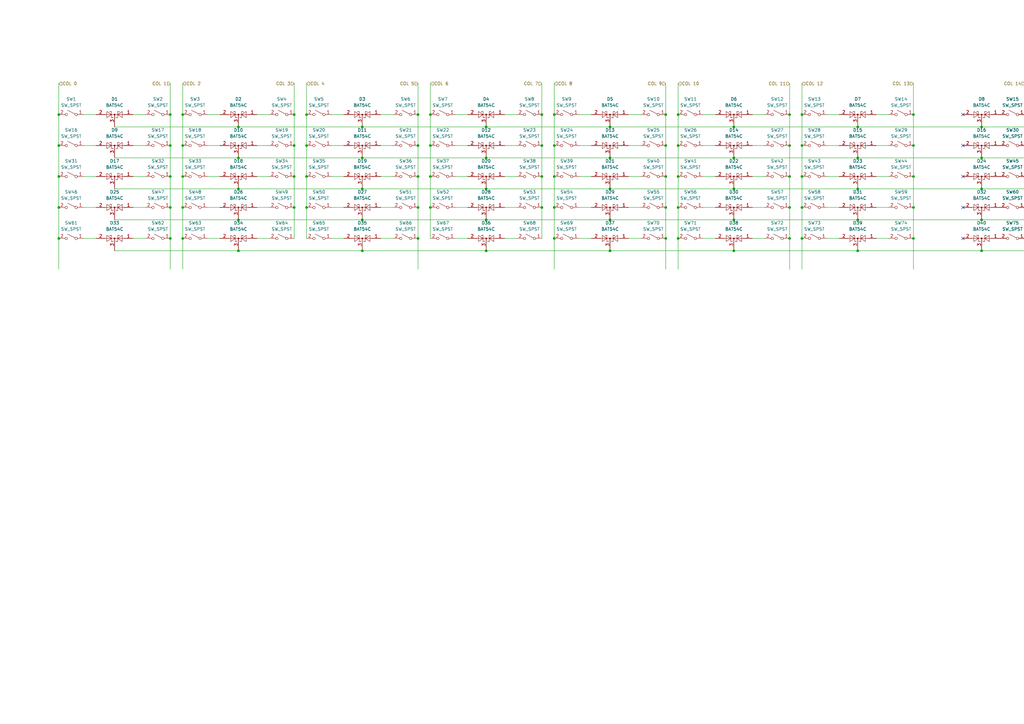
<source format=kicad_sch>
(kicad_sch (version 20211123) (generator eeschema)
  (paper "A3")
  (lib_symbols
    (symbol "Diode:BAT54C" (pin_names (offset 1.016))
      (property "Reference" "D" (at 0.635 -3.81 0))
      (property "Value" "BAT54C" (at -6.35 3.175 0))
      (symbol "BAT54C_0_1"
        (polyline (pts (xy -1.905 0) (xy 1.905 0)))
        (polyline (pts (xy -1.905 1.27) (xy -1.905 1.016)))
        (polyline (pts (xy -1.27 -1.27) (xy -0.635 -1.27)))
        (polyline (pts (xy -1.27 0) (xy -3.81 0)))
        (polyline (pts (xy -1.27 1.27) (xy -1.905 1.27)))
        (polyline (pts (xy -1.27 1.27) (xy -1.27 -1.27)))
        (polyline (pts (xy -0.635 -1.27) (xy -0.635 -1.016)))
        (polyline (pts (xy 0.635 -1.27) (xy 0.635 -1.016)))
        (polyline (pts (xy 1.27 -1.27) (xy 0.635 -1.27)))
        (polyline (pts (xy 1.27 1.27) (xy 1.27 -1.27)))
        (polyline (pts (xy 1.27 1.27) (xy 1.905 1.27)))
        (polyline (pts (xy 1.905 1.27) (xy 1.905 1.016)))
        (polyline (pts (xy 3.81 0) (xy 1.27 0)))
        (polyline (pts (xy -3.175 -1.27) (xy -3.175 1.27) (xy -1.27 0) (xy -3.175 -1.27)))
        (polyline (pts (xy 3.175 -1.27) (xy 3.175 1.27) (xy 1.27 0) (xy 3.175 -1.27)))
        (circle (center 0 0) (radius 0.254) (fill (type outline)))
      )
      (symbol "BAT54C_1_1"
        (pin passive line (at -7.62 0 0) (length 3.81) (name "~") (number "1"))
        (pin passive line (at 7.62 0 180) (length 3.81) (name "~") (number "2"))
        (pin passive line (at 0 -5.08 90) (length 5.08) (name "~") (number "3"))
      )
    )
    (symbol "Switch:SW_SPST" (pin_names (offset 0) hide)
      (property "Reference" "SW" (at 0 3.175 0))
      (property "Value" "SW_SPST" (at 0 -2.54 0))
      (symbol "SW_SPST_0_0"
        (circle (center -2.032 0) (radius 0.508))
        (polyline (pts (xy -1.524 0.254) (xy 1.524 1.778)))
        (circle (center 2.032 0) (radius 0.508))
      )
      (symbol "SW_SPST_1_1"
        (pin passive line (at -5.08 0 0) (length 2.54) (name "A") (number "1"))
        (pin passive line (at 5.08 0 180) (length 2.54) (name "B") (number "2"))
      )
    )
  )
  (junction (at 171.45 59.69))
  (junction (at 74.93 85.09))
  (junction (at 273.05 85.09))
  (junction (at 300.99 90.17))
  (junction (at 69.85 72.39))
  (junction (at 125.73 85.09))
  (junction (at 74.93 72.39))
  (junction (at 222.25 46.99))
  (junction (at 120.65 85.09))
  (junction (at 148.59 90.17))
  (junction (at 120.65 59.69))
  (junction (at 97.79 52.07))
  (junction (at 69.85 59.69))
  (junction (at 24.13 46.99))
  (junction (at 351.79 52.07))
  (junction (at 420.37 59.69))
  (junction (at 148.59 64.77))
  (junction (at 227.33 85.09))
  (junction (at 120.65 72.39))
  (junction (at 176.53 72.39))
  (junction (at 250.19 102.87))
  (junction (at 328.93 97.79))
  (junction (at 24.13 97.79))
  (junction (at 278.13 59.69))
  (junction (at 278.13 85.09))
  (junction (at 125.73 59.69))
  (junction (at 300.99 77.47))
  (junction (at 69.85 85.09))
  (junction (at 374.65 59.69))
  (junction (at 300.99 102.87))
  (junction (at 402.59 64.77))
  (junction (at 97.79 64.77))
  (junction (at 176.53 46.99))
  (junction (at 300.99 64.77))
  (junction (at 227.33 59.69))
  (junction (at 199.39 77.47))
  (junction (at 176.53 85.09))
  (junction (at 171.45 46.99))
  (junction (at 323.85 46.99))
  (junction (at 171.45 72.39))
  (junction (at 374.65 72.39))
  (junction (at 250.19 77.47))
  (junction (at 125.73 46.99))
  (junction (at 323.85 72.39))
  (junction (at 273.05 59.69))
  (junction (at 97.79 77.47))
  (junction (at 323.85 59.69))
  (junction (at 148.59 77.47))
  (junction (at 74.93 59.69))
  (junction (at 97.79 90.17))
  (junction (at 199.39 90.17))
  (junction (at 97.79 102.87))
  (junction (at 351.79 102.87))
  (junction (at 199.39 102.87))
  (junction (at 351.79 64.77))
  (junction (at 199.39 64.77))
  (junction (at 420.37 85.09))
  (junction (at 74.93 46.99))
  (junction (at 351.79 77.47))
  (junction (at 125.73 72.39))
  (junction (at 402.59 102.87))
  (junction (at 402.59 52.07))
  (junction (at 420.37 46.99))
  (junction (at 420.37 72.39))
  (junction (at 227.33 46.99))
  (junction (at 24.13 72.39))
  (junction (at 171.45 97.79))
  (junction (at 69.85 46.99))
  (junction (at 374.65 97.79))
  (junction (at 328.93 46.99))
  (junction (at 351.79 90.17))
  (junction (at 199.39 52.07))
  (junction (at 250.19 52.07))
  (junction (at 328.93 59.69))
  (junction (at 420.37 97.79))
  (junction (at 227.33 72.39))
  (junction (at 222.25 72.39))
  (junction (at 74.93 97.79))
  (junction (at 176.53 59.69))
  (junction (at 227.33 97.79))
  (junction (at 402.59 90.17))
  (junction (at 323.85 97.79))
  (junction (at 250.19 90.17))
  (junction (at 148.59 52.07))
  (junction (at 273.05 97.79))
  (junction (at 120.65 46.99))
  (junction (at 278.13 46.99))
  (junction (at 374.65 46.99))
  (junction (at 24.13 85.09))
  (junction (at 402.59 77.47))
  (junction (at 148.59 102.87))
  (junction (at 328.93 85.09))
  (junction (at 69.85 97.79))
  (junction (at 323.85 85.09))
  (junction (at 300.99 52.07))
  (junction (at 273.05 46.99))
  (junction (at 273.05 72.39))
  (junction (at 24.13 59.69))
  (junction (at 278.13 97.79))
  (junction (at 171.45 85.09))
  (junction (at 278.13 72.39))
  (junction (at 222.25 85.09))
  (junction (at 222.25 59.69))
  (junction (at 328.93 72.39))
  (junction (at 250.19 64.77))
  (junction (at 374.65 85.09))
  (no_connect (at 394.97 59.69))
  (no_connect (at 394.97 97.79))
  (no_connect (at 394.97 85.09))
  (no_connect (at 394.97 72.39))
  (no_connect (at 394.97 46.99))
  (wire (pts (xy 339.09 46.99) (xy 344.17 46.99)))
  (wire (pts (xy 257.81 72.39) (xy 262.89 72.39)))
  (wire (pts (xy 34.29 46.99) (xy 39.37 46.99)))
  (wire (pts (xy 54.61 85.09) (xy 59.69 85.09)))
  (wire (pts (xy 135.89 59.69) (xy 140.97 59.69)))
  (wire (pts (xy 125.73 72.39) (xy 125.73 85.09)))
  (wire (pts (xy 300.99 52.07) (xy 351.79 52.07)))
  (wire (pts (xy 135.89 46.99) (xy 140.97 46.99)))
  (wire (pts (xy 171.45 97.79) (xy 171.45 110.49)))
  (wire (pts (xy 46.99 64.77) (xy 97.79 64.77)))
  (wire (pts (xy 420.37 59.69) (xy 420.37 72.39)))
  (wire (pts (xy 351.79 64.77) (xy 402.59 64.77)))
  (wire (pts (xy 148.59 64.77) (xy 199.39 64.77)))
  (wire (pts (xy 69.85 34.29) (xy 69.85 46.99)))
  (wire (pts (xy 273.05 34.29) (xy 273.05 46.99)))
  (wire (pts (xy 278.13 59.69) (xy 278.13 72.39)))
  (wire (pts (xy 288.29 46.99) (xy 293.37 46.99)))
  (wire (pts (xy 148.59 52.07) (xy 199.39 52.07)))
  (wire (pts (xy 69.85 46.99) (xy 69.85 59.69)))
  (wire (pts (xy 328.93 97.79) (xy 328.93 110.49)))
  (wire (pts (xy 46.99 90.17) (xy 97.79 90.17)))
  (wire (pts (xy 278.13 34.29) (xy 278.13 46.99)))
  (wire (pts (xy 351.79 102.87) (xy 402.59 102.87)))
  (wire (pts (xy 54.61 46.99) (xy 59.69 46.99)))
  (wire (pts (xy 186.69 85.09) (xy 191.77 85.09)))
  (wire (pts (xy 278.13 85.09) (xy 278.13 97.79)))
  (wire (pts (xy 425.45 52.07) (xy 402.59 52.07)))
  (wire (pts (xy 171.45 85.09) (xy 171.45 97.79)))
  (wire (pts (xy 237.49 46.99) (xy 242.57 46.99)))
  (wire (pts (xy 34.29 85.09) (xy 39.37 85.09)))
  (wire (pts (xy 171.45 59.69) (xy 171.45 72.39)))
  (wire (pts (xy 24.13 59.69) (xy 24.13 72.39)))
  (wire (pts (xy 273.05 97.79) (xy 273.05 110.49)))
  (wire (pts (xy 199.39 102.87) (xy 250.19 102.87)))
  (wire (pts (xy 199.39 52.07) (xy 250.19 52.07)))
  (wire (pts (xy 425.45 102.87) (xy 402.59 102.87)))
  (wire (pts (xy 278.13 72.39) (xy 278.13 85.09)))
  (wire (pts (xy 278.13 97.79) (xy 278.13 110.49)))
  (wire (pts (xy 105.41 97.79) (xy 110.49 97.79)))
  (wire (pts (xy 156.21 85.09) (xy 161.29 85.09)))
  (wire (pts (xy 105.41 85.09) (xy 110.49 85.09)))
  (wire (pts (xy 351.79 90.17) (xy 402.59 90.17)))
  (wire (pts (xy 74.93 97.79) (xy 74.93 110.49)))
  (wire (pts (xy 135.89 85.09) (xy 140.97 85.09)))
  (wire (pts (xy 328.93 85.09) (xy 328.93 97.79)))
  (wire (pts (xy 257.81 97.79) (xy 262.89 97.79)))
  (wire (pts (xy 186.69 46.99) (xy 191.77 46.99)))
  (wire (pts (xy 46.99 52.07) (xy 97.79 52.07)))
  (wire (pts (xy 222.25 34.29) (xy 222.25 46.99)))
  (wire (pts (xy 125.73 34.29) (xy 125.73 46.99)))
  (wire (pts (xy 24.13 85.09) (xy 24.13 97.79)))
  (wire (pts (xy 176.53 34.29) (xy 176.53 46.99)))
  (wire (pts (xy 125.73 59.69) (xy 125.73 72.39)))
  (wire (pts (xy 425.45 64.77) (xy 402.59 64.77)))
  (wire (pts (xy 420.37 34.29) (xy 420.37 46.99)))
  (wire (pts (xy 359.41 72.39) (xy 364.49 72.39)))
  (wire (pts (xy 207.01 59.69) (xy 212.09 59.69)))
  (wire (pts (xy 374.65 85.09) (xy 374.65 97.79)))
  (wire (pts (xy 222.25 59.69) (xy 222.25 72.39)))
  (wire (pts (xy 199.39 64.77) (xy 250.19 64.77)))
  (wire (pts (xy 97.79 52.07) (xy 148.59 52.07)))
  (wire (pts (xy 237.49 72.39) (xy 242.57 72.39)))
  (wire (pts (xy 227.33 85.09) (xy 227.33 97.79)))
  (wire (pts (xy 135.89 97.79) (xy 140.97 97.79)))
  (wire (pts (xy 34.29 72.39) (xy 39.37 72.39)))
  (wire (pts (xy 125.73 46.99) (xy 125.73 59.69)))
  (wire (pts (xy 402.59 77.47) (xy 425.45 77.47)))
  (wire (pts (xy 135.89 72.39) (xy 140.97 72.39)))
  (wire (pts (xy 199.39 90.17) (xy 250.19 90.17)))
  (wire (pts (xy 24.13 72.39) (xy 24.13 85.09)))
  (wire (pts (xy 308.61 85.09) (xy 313.69 85.09)))
  (wire (pts (xy 24.13 46.99) (xy 24.13 59.69)))
  (wire (pts (xy 420.37 85.09) (xy 420.37 97.79)))
  (wire (pts (xy 148.59 90.17) (xy 199.39 90.17)))
  (wire (pts (xy 222.25 85.09) (xy 222.25 97.79)))
  (wire (pts (xy 250.19 64.77) (xy 300.99 64.77)))
  (wire (pts (xy 34.29 59.69) (xy 39.37 59.69)))
  (wire (pts (xy 186.69 97.79) (xy 191.77 97.79)))
  (wire (pts (xy 120.65 34.29) (xy 120.65 46.99)))
  (wire (pts (xy 374.65 72.39) (xy 374.65 85.09)))
  (wire (pts (xy 308.61 97.79) (xy 313.69 97.79)))
  (wire (pts (xy 97.79 64.77) (xy 148.59 64.77)))
  (wire (pts (xy 85.09 59.69) (xy 90.17 59.69)))
  (wire (pts (xy 207.01 72.39) (xy 212.09 72.39)))
  (wire (pts (xy 339.09 72.39) (xy 344.17 72.39)))
  (wire (pts (xy 300.99 90.17) (xy 351.79 90.17)))
  (wire (pts (xy 328.93 46.99) (xy 328.93 59.69)))
  (wire (pts (xy 120.65 85.09) (xy 120.65 97.79)))
  (wire (pts (xy 176.53 59.69) (xy 176.53 72.39)))
  (wire (pts (xy 288.29 85.09) (xy 293.37 85.09)))
  (wire (pts (xy 186.69 59.69) (xy 191.77 59.69)))
  (wire (pts (xy 351.79 52.07) (xy 402.59 52.07)))
  (wire (pts (xy 359.41 97.79) (xy 364.49 97.79)))
  (wire (pts (xy 171.45 72.39) (xy 171.45 85.09)))
  (wire (pts (xy 257.81 85.09) (xy 262.89 85.09)))
  (wire (pts (xy 74.93 59.69) (xy 74.93 72.39)))
  (wire (pts (xy 250.19 90.17) (xy 300.99 90.17)))
  (wire (pts (xy 323.85 85.09) (xy 323.85 97.79)))
  (wire (pts (xy 227.33 34.29) (xy 227.33 46.99)))
  (wire (pts (xy 85.09 72.39) (xy 90.17 72.39)))
  (wire (pts (xy 74.93 46.99) (xy 74.93 59.69)))
  (wire (pts (xy 359.41 59.69) (xy 364.49 59.69)))
  (wire (pts (xy 237.49 97.79) (xy 242.57 97.79)))
  (wire (pts (xy 273.05 59.69) (xy 273.05 72.39)))
  (wire (pts (xy 328.93 34.29) (xy 328.93 46.99)))
  (wire (pts (xy 120.65 59.69) (xy 120.65 72.39)))
  (wire (pts (xy 176.53 85.09) (xy 176.53 97.79)))
  (wire (pts (xy 74.93 85.09) (xy 74.93 97.79)))
  (wire (pts (xy 148.59 77.47) (xy 199.39 77.47)))
  (wire (pts (xy 227.33 46.99) (xy 227.33 59.69)))
  (wire (pts (xy 227.33 59.69) (xy 227.33 72.39)))
  (wire (pts (xy 288.29 59.69) (xy 293.37 59.69)))
  (wire (pts (xy 171.45 46.99) (xy 171.45 59.69)))
  (wire (pts (xy 199.39 77.47) (xy 250.19 77.47)))
  (wire (pts (xy 323.85 72.39) (xy 323.85 85.09)))
  (wire (pts (xy 207.01 85.09) (xy 212.09 85.09)))
  (wire (pts (xy 308.61 72.39) (xy 313.69 72.39)))
  (wire (pts (xy 339.09 59.69) (xy 344.17 59.69)))
  (wire (pts (xy 374.65 34.29) (xy 374.65 46.99)))
  (wire (pts (xy 97.79 77.47) (xy 148.59 77.47)))
  (wire (pts (xy 74.93 72.39) (xy 74.93 85.09)))
  (wire (pts (xy 97.79 90.17) (xy 148.59 90.17)))
  (wire (pts (xy 46.99 77.47) (xy 97.79 77.47)))
  (wire (pts (xy 176.53 72.39) (xy 176.53 85.09)))
  (wire (pts (xy 273.05 85.09) (xy 273.05 97.79)))
  (wire (pts (xy 308.61 59.69) (xy 313.69 59.69)))
  (wire (pts (xy 120.65 46.99) (xy 120.65 59.69)))
  (wire (pts (xy 105.41 46.99) (xy 110.49 46.99)))
  (wire (pts (xy 425.45 90.17) (xy 402.59 90.17)))
  (wire (pts (xy 97.79 102.87) (xy 148.59 102.87)))
  (wire (pts (xy 323.85 34.29) (xy 323.85 46.99)))
  (wire (pts (xy 227.33 72.39) (xy 227.33 85.09)))
  (wire (pts (xy 54.61 59.69) (xy 59.69 59.69)))
  (wire (pts (xy 257.81 59.69) (xy 262.89 59.69)))
  (wire (pts (xy 374.65 46.99) (xy 374.65 59.69)))
  (wire (pts (xy 420.37 72.39) (xy 420.37 85.09)))
  (wire (pts (xy 74.93 34.29) (xy 74.93 46.99)))
  (wire (pts (xy 374.65 59.69) (xy 374.65 72.39)))
  (wire (pts (xy 278.13 46.99) (xy 278.13 59.69)))
  (wire (pts (xy 374.65 97.79) (xy 374.65 110.49)))
  (wire (pts (xy 300.99 77.47) (xy 351.79 77.47)))
  (wire (pts (xy 250.19 52.07) (xy 300.99 52.07)))
  (wire (pts (xy 227.33 97.79) (xy 227.33 110.49)))
  (wire (pts (xy 120.65 72.39) (xy 120.65 85.09)))
  (wire (pts (xy 148.59 102.87) (xy 199.39 102.87)))
  (wire (pts (xy 207.01 97.79) (xy 212.09 97.79)))
  (wire (pts (xy 328.93 59.69) (xy 328.93 72.39)))
  (wire (pts (xy 222.25 46.99) (xy 222.25 59.69)))
  (wire (pts (xy 207.01 46.99) (xy 212.09 46.99)))
  (wire (pts (xy 257.81 46.99) (xy 262.89 46.99)))
  (wire (pts (xy 288.29 72.39) (xy 293.37 72.39)))
  (wire (pts (xy 339.09 85.09) (xy 344.17 85.09)))
  (wire (pts (xy 300.99 64.77) (xy 351.79 64.77)))
  (wire (pts (xy 323.85 46.99) (xy 323.85 59.69)))
  (wire (pts (xy 273.05 72.39) (xy 273.05 85.09)))
  (wire (pts (xy 125.73 85.09) (xy 125.73 97.79)))
  (wire (pts (xy 69.85 97.79) (xy 69.85 110.49)))
  (wire (pts (xy 69.85 85.09) (xy 69.85 97.79)))
  (wire (pts (xy 69.85 72.39) (xy 69.85 85.09)))
  (wire (pts (xy 288.29 97.79) (xy 293.37 97.79)))
  (wire (pts (xy 105.41 72.39) (xy 110.49 72.39)))
  (wire (pts (xy 54.61 97.79) (xy 59.69 97.79)))
  (wire (pts (xy 171.45 34.29) (xy 171.45 46.99)))
  (wire (pts (xy 69.85 59.69) (xy 69.85 72.39)))
  (wire (pts (xy 308.61 46.99) (xy 313.69 46.99)))
  (wire (pts (xy 300.99 102.87) (xy 351.79 102.87)))
  (wire (pts (xy 24.13 97.79) (xy 24.13 110.49)))
  (wire (pts (xy 339.09 97.79) (xy 344.17 97.79)))
  (wire (pts (xy 46.99 102.87) (xy 97.79 102.87)))
  (wire (pts (xy 359.41 46.99) (xy 364.49 46.99)))
  (wire (pts (xy 156.21 59.69) (xy 161.29 59.69)))
  (wire (pts (xy 222.25 72.39) (xy 222.25 85.09)))
  (wire (pts (xy 323.85 59.69) (xy 323.85 72.39)))
  (wire (pts (xy 85.09 97.79) (xy 90.17 97.79)))
  (wire (pts (xy 323.85 97.79) (xy 323.85 110.49)))
  (wire (pts (xy 420.37 97.79) (xy 420.37 110.49)))
  (wire (pts (xy 186.69 72.39) (xy 191.77 72.39)))
  (wire (pts (xy 54.61 72.39) (xy 59.69 72.39)))
  (wire (pts (xy 273.05 46.99) (xy 273.05 59.69)))
  (wire (pts (xy 359.41 85.09) (xy 364.49 85.09)))
  (wire (pts (xy 176.53 46.99) (xy 176.53 59.69)))
  (wire (pts (xy 85.09 46.99) (xy 90.17 46.99)))
  (wire (pts (xy 105.41 59.69) (xy 110.49 59.69)))
  (wire (pts (xy 237.49 59.69) (xy 242.57 59.69)))
  (wire (pts (xy 351.79 77.47) (xy 402.59 77.47)))
  (wire (pts (xy 250.19 102.87) (xy 300.99 102.87)))
  (wire (pts (xy 34.29 97.79) (xy 39.37 97.79)))
  (wire (pts (xy 156.21 46.99) (xy 161.29 46.99)))
  (wire (pts (xy 85.09 85.09) (xy 90.17 85.09)))
  (wire (pts (xy 24.13 34.29) (xy 24.13 46.99)))
  (wire (pts (xy 156.21 97.79) (xy 161.29 97.79)))
  (wire (pts (xy 237.49 85.09) (xy 242.57 85.09)))
  (wire (pts (xy 250.19 77.47) (xy 300.99 77.47)))
  (wire (pts (xy 156.21 72.39) (xy 161.29 72.39)))
  (wire (pts (xy 328.93 72.39) (xy 328.93 85.09)))
  (wire (pts (xy 420.37 46.99) (xy 420.37 59.69)))
  (hierarchical_label "ROW 0" (shape input) (at 425.45 52.07 0))
  (hierarchical_label "COL 14" (shape input) (at 420.37 34.29 180))
  (hierarchical_label "COL 4" (shape input) (at 125.73 34.29 0))
  (hierarchical_label "COL 12" (shape input) (at 328.93 34.29 0))
  (hierarchical_label "COL 7" (shape input) (at 222.25 34.29 180))
  (hierarchical_label "COL 13" (shape input) (at 374.65 34.29 180))
  (hierarchical_label "COL 9" (shape input) (at 273.05 34.29 180))
  (hierarchical_label "ROW 3" (shape input) (at 425.45 90.17 0))
  (hierarchical_label "COL 8" (shape input) (at 227.33 34.29 0))
  (hierarchical_label "COL 1" (shape input) (at 69.85 34.29 180))
  (hierarchical_label "ROW 2" (shape input) (at 425.45 77.47 0))
  (hierarchical_label "ROW 4" (shape input) (at 425.45 102.87 0))
  (hierarchical_label "COL 0" (shape input) (at 24.13 34.29 0))
  (hierarchical_label "COL 2" (shape input) (at 74.93 34.29 0))
  (hierarchical_label "COL 6" (shape input) (at 176.53 34.29 0))
  (hierarchical_label "COL 11" (shape input) (at 323.85 34.29 180))
  (hierarchical_label "COL 10" (shape input) (at 278.13 34.29 0))
  (hierarchical_label "ROW 1" (shape input) (at 425.45 64.77 0))
  (hierarchical_label "COL 3" (shape input) (at 120.65 34.29 180))
  (hierarchical_label "COL 5" (shape input) (at 171.45 34.29 180))
  (symbol (lib_id "Switch:SW_SPST") (at 318.77 85.09 0) (mirror y) (unit 1)
    (property "Reference" "SW57" (at 318.77 78.74 0))
    (property "Value" "SW_SPST" (at 318.77 81.28 0))
    (property "Footprint" "scottcjx-keyboard_components:MX_HS_Optional" (effects hide))
  )
  (symbol (lib_id "Switch:SW_SPST") (at 181.61 46.99 0) (mirror y) (unit 1)
    (property "Reference" "SW7" (at 181.61 40.64 0))
    (property "Value" "SW_SPST" (at 181.61 43.18 0))
    (property "Footprint" "scottcjx-keyboard_components:MX_HS_Optional" (effects hide))
  )
  (symbol (lib_id "Switch:SW_SPST") (at 267.97 97.79 0) (mirror y) (unit 1)
    (property "Reference" "SW70" (at 267.97 91.44 0))
    (property "Value" "SW_SPST" (at 267.97 93.98 0))
    (property "Footprint" "scottcjx-keyboard_components:MX_HS_Optional" (effects hide))
  )
  (symbol (lib_id "Switch:SW_SPST") (at 415.29 72.39 0) (mirror y) (unit 1)
    (property "Reference" "SW45" (at 415.29 66.04 0))
    (property "Value" "SW_SPST" (at 415.29 68.58 0))
    (property "Footprint" "scottcjx-keyboard_components:MX_HS_Optional" (effects hide))
  )
  (symbol (lib_id "Switch:SW_SPST") (at 64.77 97.79 0) (mirror y) (unit 1)
    (property "Reference" "SW62" (at 64.77 91.44 0))
    (property "Value" "SW_SPST" (at 64.77 93.98 0))
    (property "Footprint" "scottcjx-keyboard_components:MX_HS_Optional" (effects hide))
  )
  (symbol (lib_id "Diode:BAT54C") (at 351.79 97.79 0) (mirror y) (unit 1)
    (property "Reference" "D39" (at 351.79 91.44 0))
    (property "Value" "BAT54C" (at 351.79 93.98 0))
    (property "Footprint" "scottcjx-keyboard_components:SOT-23" (effects hide))
    (property "Datasheet" "http://www.diodes.com/_files/datasheets/ds11005.pdf" (effects hide))
  )
  (symbol (lib_id "Diode:BAT54C") (at 97.79 85.09 0) (mirror y) (unit 1)
    (property "Reference" "D26" (at 97.79 78.74 0))
    (property "Value" "BAT54C" (at 97.79 81.28 0))
    (property "Footprint" "scottcjx-keyboard_components:SOT-23" (effects hide))
    (property "Datasheet" "http://www.diodes.com/_files/datasheets/ds11005.pdf" (effects hide))
  )
  (symbol (lib_id "Switch:SW_SPST") (at 217.17 72.39 0) (mirror y) (unit 1)
    (property "Reference" "SW38" (at 217.17 66.04 0))
    (property "Value" "SW_SPST" (at 217.17 68.58 0))
    (property "Footprint" "scottcjx-keyboard_components:MX_HS_Optional" (effects hide))
  )
  (symbol (lib_id "Diode:BAT54C") (at 199.39 85.09 0) (mirror y) (unit 1)
    (property "Reference" "D28" (at 199.39 78.74 0))
    (property "Value" "BAT54C" (at 199.39 81.28 0))
    (property "Footprint" "scottcjx-keyboard_components:SOT-23" (effects hide))
    (property "Datasheet" "http://www.diodes.com/_files/datasheets/ds11005.pdf" (effects hide))
  )
  (symbol (lib_id "Diode:BAT54C") (at 97.79 72.39 0) (mirror y) (unit 1)
    (property "Reference" "D18" (at 97.79 66.04 0))
    (property "Value" "BAT54C" (at 97.79 68.58 0))
    (property "Footprint" "scottcjx-keyboard_components:SOT-23" (effects hide))
    (property "Datasheet" "http://www.diodes.com/_files/datasheets/ds11005.pdf" (effects hide))
  )
  (symbol (lib_id "Switch:SW_SPST") (at 318.77 46.99 0) (mirror y) (unit 1)
    (property "Reference" "SW12" (at 318.77 40.64 0))
    (property "Value" "SW_SPST" (at 318.77 43.18 0))
    (property "Footprint" "scottcjx-keyboard_components:MX_HS_Optional" (effects hide))
  )
  (symbol (lib_id "Diode:BAT54C") (at 148.59 59.69 0) (mirror y) (unit 1)
    (property "Reference" "D11" (at 148.59 53.34 0))
    (property "Value" "BAT54C" (at 148.59 55.88 0))
    (property "Footprint" "scottcjx-keyboard_components:SOT-23" (effects hide))
    (property "Datasheet" "http://www.diodes.com/_files/datasheets/ds11005.pdf" (effects hide))
  )
  (symbol (lib_id "Switch:SW_SPST") (at 415.29 85.09 0) (mirror y) (unit 1)
    (property "Reference" "SW60" (at 415.29 78.74 0))
    (property "Value" "SW_SPST" (at 415.29 81.28 0))
    (property "Footprint" "scottcjx-keyboard_components:MX_HS_Optional" (effects hide))
  )
  (symbol (lib_id "Switch:SW_SPST") (at 415.29 97.79 0) (mirror y) (unit 1)
    (property "Reference" "SW75" (at 415.29 91.44 0))
    (property "Value" "SW_SPST" (at 415.29 93.98 0))
    (property "Footprint" "scottcjx-keyboard_components:MX_HS_Optional" (effects hide))
  )
  (symbol (lib_id "Switch:SW_SPST") (at 415.29 46.99 0) (mirror y) (unit 1)
    (property "Reference" "SW15" (at 415.29 40.64 0))
    (property "Value" "SW_SPST" (at 415.29 43.18 0))
    (property "Footprint" "scottcjx-keyboard_components:MX_HS_Optional" (effects hide))
  )
  (symbol (lib_id "Diode:BAT54C") (at 46.99 72.39 0) (mirror y) (unit 1)
    (property "Reference" "D17" (at 46.99 66.04 0))
    (property "Value" "BAT54C" (at 46.99 68.58 0))
    (property "Footprint" "scottcjx-keyboard_components:SOT-23" (effects hide))
    (property "Datasheet" "http://www.diodes.com/_files/datasheets/ds11005.pdf" (effects hide))
  )
  (symbol (lib_id "Switch:SW_SPST") (at 166.37 46.99 0) (mirror y) (unit 1)
    (property "Reference" "SW6" (at 166.37 40.64 0))
    (property "Value" "SW_SPST" (at 166.37 43.18 0))
    (property "Footprint" "scottcjx-keyboard_components:MX_HS_Optional" (effects hide))
  )
  (symbol (lib_id "Switch:SW_SPST") (at 334.01 97.79 0) (mirror y) (unit 1)
    (property "Reference" "SW73" (at 334.01 91.44 0))
    (property "Value" "SW_SPST" (at 334.01 93.98 0))
    (property "Footprint" "scottcjx-keyboard_components:MX_HS_Optional" (effects hide))
  )
  (symbol (lib_id "Diode:BAT54C") (at 148.59 97.79 0) (mirror y) (unit 1)
    (property "Reference" "D35" (at 148.59 91.44 0))
    (property "Value" "BAT54C" (at 148.59 93.98 0))
    (property "Footprint" "scottcjx-keyboard_components:SOT-23" (effects hide))
    (property "Datasheet" "http://www.diodes.com/_files/datasheets/ds11005.pdf" (effects hide))
  )
  (symbol (lib_id "Switch:SW_SPST") (at 369.57 46.99 0) (mirror y) (unit 1)
    (property "Reference" "SW14" (at 369.57 40.64 0))
    (property "Value" "SW_SPST" (at 369.57 43.18 0))
    (property "Footprint" "scottcjx-keyboard_components:MX_HS_Optional" (effects hide))
  )
  (symbol (lib_id "Switch:SW_SPST") (at 267.97 72.39 0) (mirror y) (unit 1)
    (property "Reference" "SW40" (at 267.97 66.04 0))
    (property "Value" "SW_SPST" (at 267.97 68.58 0))
    (property "Footprint" "scottcjx-keyboard_components:MX_HS_Optional" (effects hide))
  )
  (symbol (lib_id "Diode:BAT54C") (at 300.99 59.69 0) (mirror y) (unit 1)
    (property "Reference" "D14" (at 300.99 53.34 0))
    (property "Value" "BAT54C" (at 300.99 55.88 0))
    (property "Footprint" "scottcjx-keyboard_components:SOT-23" (effects hide))
    (property "Datasheet" "http://www.diodes.com/_files/datasheets/ds11005.pdf" (effects hide))
  )
  (symbol (lib_id "Switch:SW_SPST") (at 232.41 97.79 0) (mirror y) (unit 1)
    (property "Reference" "SW69" (at 232.41 91.44 0))
    (property "Value" "SW_SPST" (at 232.41 93.98 0))
    (property "Footprint" "scottcjx-keyboard_components:MX_HS_Optional" (effects hide))
  )
  (symbol (lib_id "Switch:SW_SPST") (at 283.21 72.39 0) (mirror y) (unit 1)
    (property "Reference" "SW41" (at 283.21 66.04 0))
    (property "Value" "SW_SPST" (at 283.21 68.58 0))
    (property "Footprint" "scottcjx-keyboard_components:MX_HS_Optional" (effects hide))
  )
  (symbol (lib_id "Switch:SW_SPST") (at 181.61 72.39 0) (mirror y) (unit 1)
    (property "Reference" "SW37" (at 181.61 66.04 0))
    (property "Value" "SW_SPST" (at 181.61 68.58 0))
    (property "Footprint" "scottcjx-keyboard_components:MX_HS_Optional" (effects hide))
  )
  (symbol (lib_id "Diode:BAT54C") (at 351.79 46.99 0) (mirror y) (unit 1)
    (property "Reference" "D7" (at 351.79 40.64 0))
    (property "Value" "BAT54C" (at 351.79 43.18 0))
    (property "Footprint" "scottcjx-keyboard_components:SOT-23" (effects hide))
    (property "Datasheet" "http://www.diodes.com/_files/datasheets/ds11005.pdf" (effects hide))
  )
  (symbol (lib_id "Diode:BAT54C") (at 402.59 46.99 0) (mirror y) (unit 1)
    (property "Reference" "D8" (at 402.59 40.64 0))
    (property "Value" "BAT54C" (at 402.59 43.18 0))
    (property "Footprint" "scottcjx-keyboard_components:SOT-23" (effects hide))
    (property "Datasheet" "http://www.diodes.com/_files/datasheets/ds11005.pdf" (effects hide))
  )
  (symbol (lib_id "Diode:BAT54C") (at 46.99 46.99 0) (mirror y) (unit 1)
    (property "Reference" "D1" (at 46.99 40.64 0))
    (property "Value" "BAT54C" (at 46.99 43.18 0))
    (property "Footprint" "scottcjx-keyboard_components:SOT-23" (effects hide))
    (property "Datasheet" "http://www.diodes.com/_files/datasheets/ds11005.pdf" (effects hide))
  )
  (symbol (lib_id "Switch:SW_SPST") (at 181.61 59.69 0) (mirror y) (unit 1)
    (property "Reference" "SW22" (at 181.61 53.34 0))
    (property "Value" "SW_SPST" (at 181.61 55.88 0))
    (property "Footprint" "scottcjx-keyboard_components:MX_HS_Optional" (effects hide))
  )
  (symbol (lib_id "Switch:SW_SPST") (at 130.81 72.39 0) (mirror y) (unit 1)
    (property "Reference" "SW35" (at 130.81 66.04 0))
    (property "Value" "SW_SPST" (at 130.81 68.58 0))
    (property "Footprint" "scottcjx-keyboard_components:MX_HS_Optional" (effects hide))
  )
  (symbol (lib_id "Diode:BAT54C") (at 250.19 97.79 0) (mirror y) (unit 1)
    (property "Reference" "D37" (at 250.19 91.44 0))
    (property "Value" "BAT54C" (at 250.19 93.98 0))
    (property "Footprint" "scottcjx-keyboard_components:SOT-23" (effects hide))
    (property "Datasheet" "http://www.diodes.com/_files/datasheets/ds11005.pdf" (effects hide))
  )
  (symbol (lib_id "Diode:BAT54C") (at 250.19 85.09 0) (mirror y) (unit 1)
    (property "Reference" "D29" (at 250.19 78.74 0))
    (property "Value" "BAT54C" (at 250.19 81.28 0))
    (property "Footprint" "scottcjx-keyboard_components:SOT-23" (effects hide))
    (property "Datasheet" "http://www.diodes.com/_files/datasheets/ds11005.pdf" (effects hide))
  )
  (symbol (lib_id "Switch:SW_SPST") (at 64.77 59.69 0) (mirror y) (unit 1)
    (property "Reference" "SW17" (at 64.77 53.34 0))
    (property "Value" "SW_SPST" (at 64.77 55.88 0))
    (property "Footprint" "scottcjx-keyboard_components:MX_HS_Optional" (effects hide))
  )
  (symbol (lib_id "Switch:SW_SPST") (at 232.41 72.39 0) (mirror y) (unit 1)
    (property "Reference" "SW39" (at 232.41 66.04 0))
    (property "Value" "SW_SPST" (at 232.41 68.58 0))
    (property "Footprint" "scottcjx-keyboard_components:MX_HS_Optional" (effects hide))
  )
  (symbol (lib_id "Switch:SW_SPST") (at 217.17 46.99 0) (mirror y) (unit 1)
    (property "Reference" "SW8" (at 217.17 40.64 0))
    (property "Value" "SW_SPST" (at 217.17 43.18 0))
    (property "Footprint" "scottcjx-keyboard_components:MX_HS_Optional" (effects hide))
  )
  (symbol (lib_id "Diode:BAT54C") (at 199.39 59.69 0) (mirror y) (unit 1)
    (property "Reference" "D12" (at 199.39 53.34 0))
    (property "Value" "BAT54C" (at 199.39 55.88 0))
    (property "Footprint" "scottcjx-keyboard_components:SOT-23" (effects hide))
    (property "Datasheet" "http://www.diodes.com/_files/datasheets/ds11005.pdf" (effects hide))
  )
  (symbol (lib_id "Switch:SW_SPST") (at 80.01 59.69 0) (mirror y) (unit 1)
    (property "Reference" "SW18" (at 80.01 53.34 0))
    (property "Value" "SW_SPST" (at 80.01 55.88 0))
    (property "Footprint" "scottcjx-keyboard_components:MX_HS_Optional" (effects hide))
  )
  (symbol (lib_id "Switch:SW_SPST") (at 369.57 85.09 0) (mirror y) (unit 1)
    (property "Reference" "SW59" (at 369.57 78.74 0))
    (property "Value" "SW_SPST" (at 369.57 81.28 0))
    (property "Footprint" "scottcjx-keyboard_components:MX_HS_Optional" (effects hide))
  )
  (symbol (lib_id "Switch:SW_SPST") (at 130.81 59.69 0) (mirror y) (unit 1)
    (property "Reference" "SW20" (at 130.81 53.34 0))
    (property "Value" "SW_SPST" (at 130.81 55.88 0))
    (property "Footprint" "scottcjx-keyboard_components:MX_HS_Optional" (effects hide))
  )
  (symbol (lib_id "Diode:BAT54C") (at 351.79 72.39 0) (mirror y) (unit 1)
    (property "Reference" "D23" (at 351.79 66.04 0))
    (property "Value" "BAT54C" (at 351.79 68.58 0))
    (property "Footprint" "scottcjx-keyboard_components:SOT-23" (effects hide))
    (property "Datasheet" "http://www.diodes.com/_files/datasheets/ds11005.pdf" (effects hide))
  )
  (symbol (lib_id "Switch:SW_SPST") (at 64.77 72.39 0) (mirror y) (unit 1)
    (property "Reference" "SW32" (at 64.77 66.04 0))
    (property "Value" "SW_SPST" (at 64.77 68.58 0))
    (property "Footprint" "scottcjx-keyboard_components:MX_HS_Optional" (effects hide))
  )
  (symbol (lib_id "Switch:SW_SPST") (at 232.41 46.99 0) (mirror y) (unit 1)
    (property "Reference" "SW9" (at 232.41 40.64 0))
    (property "Value" "SW_SPST" (at 232.41 43.18 0))
    (property "Footprint" "scottcjx-keyboard_components:MX_HS_Optional" (effects hide))
  )
  (symbol (lib_id "Switch:SW_SPST") (at 334.01 72.39 0) (mirror y) (unit 1)
    (property "Reference" "SW43" (at 334.01 66.04 0))
    (property "Value" "SW_SPST" (at 334.01 68.58 0))
    (property "Footprint" "scottcjx-keyboard_components:MX_HS_Optional" (effects hide))
  )
  (symbol (lib_id "Switch:SW_SPST") (at 166.37 59.69 0) (mirror y) (unit 1)
    (property "Reference" "SW21" (at 166.37 53.34 0))
    (property "Value" "SW_SPST" (at 166.37 55.88 0))
    (property "Footprint" "scottcjx-keyboard_components:MX_HS_Optional" (effects hide))
  )
  (symbol (lib_id "Switch:SW_SPST") (at 217.17 97.79 0) (mirror y) (unit 1)
    (property "Reference" "SW68" (at 217.17 91.44 0))
    (property "Value" "SW_SPST" (at 217.17 93.98 0))
    (property "Footprint" "scottcjx-keyboard_components:MX_HS_Optional" (effects hide))
  )
  (symbol (lib_id "Switch:SW_SPST") (at 80.01 97.79 0) (mirror y) (unit 1)
    (property "Reference" "SW63" (at 80.01 91.44 0))
    (property "Value" "SW_SPST" (at 80.01 93.98 0))
    (property "Footprint" "scottcjx-keyboard_components:MX_HS_Optional" (effects hide))
  )
  (symbol (lib_id "Diode:BAT54C") (at 300.99 46.99 0) (mirror y) (unit 1)
    (property "Reference" "D6" (at 300.99 40.64 0))
    (property "Value" "BAT54C" (at 300.99 43.18 0))
    (property "Footprint" "scottcjx-keyboard_components:SOT-23" (effects hide))
    (property "Datasheet" "http://www.diodes.com/_files/datasheets/ds11005.pdf" (effects hide))
  )
  (symbol (lib_id "Switch:SW_SPST") (at 232.41 59.69 0) (mirror y) (unit 1)
    (property "Reference" "SW24" (at 232.41 53.34 0))
    (property "Value" "SW_SPST" (at 232.41 55.88 0))
    (property "Footprint" "scottcjx-keyboard_components:MX_HS_Optional" (effects hide))
  )
  (symbol (lib_id "Diode:BAT54C") (at 250.19 46.99 0) (mirror y) (unit 1)
    (property "Reference" "D5" (at 250.19 40.64 0))
    (property "Value" "BAT54C" (at 250.19 43.18 0))
    (property "Footprint" "scottcjx-keyboard_components:SOT-23" (effects hide))
    (property "Datasheet" "http://www.diodes.com/_files/datasheets/ds11005.pdf" (effects hide))
  )
  (symbol (lib_id "Switch:SW_SPST") (at 64.77 85.09 0) (mirror y) (unit 1)
    (property "Reference" "SW47" (at 64.77 78.74 0))
    (property "Value" "SW_SPST" (at 64.77 81.28 0))
    (property "Footprint" "scottcjx-keyboard_components:MX_HS_Optional" (effects hide))
  )
  (symbol (lib_id "Switch:SW_SPST") (at 369.57 72.39 0) (mirror y) (unit 1)
    (property "Reference" "SW44" (at 369.57 66.04 0))
    (property "Value" "SW_SPST" (at 369.57 68.58 0))
    (property "Footprint" "scottcjx-keyboard_components:MX_HS_Optional" (effects hide))
  )
  (symbol (lib_id "Diode:BAT54C") (at 250.19 72.39 0) (mirror y) (unit 1)
    (property "Reference" "D21" (at 250.19 66.04 0))
    (property "Value" "BAT54C" (at 250.19 68.58 0))
    (property "Footprint" "scottcjx-keyboard_components:SOT-23" (effects hide))
    (property "Datasheet" "http://www.diodes.com/_files/datasheets/ds11005.pdf" (effects hide))
  )
  (symbol (lib_id "Switch:SW_SPST") (at 181.61 85.09 0) (mirror y) (unit 1)
    (property "Reference" "SW52" (at 181.61 78.74 0))
    (property "Value" "SW_SPST" (at 181.61 81.28 0))
    (property "Footprint" "scottcjx-keyboard_components:MX_HS_Optional" (effects hide))
  )
  (symbol (lib_id "Switch:SW_SPST") (at 80.01 72.39 0) (mirror y) (unit 1)
    (property "Reference" "SW33" (at 80.01 66.04 0))
    (property "Value" "SW_SPST" (at 80.01 68.58 0))
    (property "Footprint" "scottcjx-keyboard_components:MX_HS_Optional" (effects hide))
  )
  (symbol (lib_id "Switch:SW_SPST") (at 415.29 59.69 0) (mirror y) (unit 1)
    (property "Reference" "SW30" (at 415.29 53.34 0))
    (property "Value" "SW_SPST" (at 415.29 55.88 0))
    (property "Footprint" "scottcjx-keyboard_components:MX_HS_Optional" (effects hide))
  )
  (symbol (lib_id "Switch:SW_SPST") (at 217.17 85.09 0) (mirror y) (unit 1)
    (property "Reference" "SW53" (at 217.17 78.74 0))
    (property "Value" "SW_SPST" (at 217.17 81.28 0))
    (property "Footprint" "scottcjx-keyboard_components:MX_HS_Optional" (effects hide))
  )
  (symbol (lib_id "Diode:BAT54C") (at 46.99 97.79 0) (mirror y) (unit 1)
    (property "Reference" "D33" (at 46.99 91.44 0))
    (property "Value" "BAT54C" (at 46.99 93.98 0))
    (property "Footprint" "scottcjx-keyboard_components:SOT-23" (effects hide))
    (property "Datasheet" "http://www.diodes.com/_files/datasheets/ds11005.pdf" (effects hide))
  )
  (symbol (lib_id "Switch:SW_SPST") (at 115.57 72.39 0) (mirror y) (unit 1)
    (property "Reference" "SW34" (at 115.57 66.04 0))
    (property "Value" "SW_SPST" (at 115.57 68.58 0))
    (property "Footprint" "scottcjx-keyboard_components:MX_HS_Optional" (effects hide))
  )
  (symbol (lib_id "Switch:SW_SPST") (at 29.21 59.69 0) (mirror y) (unit 1)
    (property "Reference" "SW16" (at 29.21 53.34 0))
    (property "Value" "SW_SPST" (at 29.21 55.88 0))
    (property "Footprint" "scottcjx-keyboard_components:MX_HS_Optional" (effects hide))
  )
  (symbol (lib_id "Diode:BAT54C") (at 402.59 59.69 0) (mirror y) (unit 1)
    (property "Reference" "D16" (at 402.59 53.34 0))
    (property "Value" "BAT54C" (at 402.59 55.88 0))
    (property "Footprint" "scottcjx-keyboard_components:SOT-23" (effects hide))
    (property "Datasheet" "http://www.diodes.com/_files/datasheets/ds11005.pdf" (effects hide))
  )
  (symbol (lib_id "Switch:SW_SPST") (at 115.57 85.09 0) (mirror y) (unit 1)
    (property "Reference" "SW49" (at 115.57 78.74 0))
    (property "Value" "SW_SPST" (at 115.57 81.28 0))
    (property "Footprint" "scottcjx-keyboard_components:MX_HS_Optional" (effects hide))
  )
  (symbol (lib_id "Diode:BAT54C") (at 300.99 72.39 0) (mirror y) (unit 1)
    (property "Reference" "D22" (at 300.99 66.04 0))
    (property "Value" "BAT54C" (at 300.99 68.58 0))
    (property "Footprint" "scottcjx-keyboard_components:SOT-23" (effects hide))
    (property "Datasheet" "http://www.diodes.com/_files/datasheets/ds11005.pdf" (effects hide))
  )
  (symbol (lib_id "Switch:SW_SPST") (at 29.21 97.79 0) (mirror y) (unit 1)
    (property "Reference" "SW61" (at 29.21 91.44 0))
    (property "Value" "SW_SPST" (at 29.21 93.98 0))
    (property "Footprint" "scottcjx-keyboard_components:MX_HS_Optional" (effects hide))
  )
  (symbol (lib_id "Switch:SW_SPST") (at 369.57 59.69 0) (mirror y) (unit 1)
    (property "Reference" "SW29" (at 369.57 53.34 0))
    (property "Value" "SW_SPST" (at 369.57 55.88 0))
    (property "Footprint" "scottcjx-keyboard_components:MX_HS_Optional" (effects hide))
  )
  (symbol (lib_id "Diode:BAT54C") (at 351.79 59.69 0) (mirror y) (unit 1)
    (property "Reference" "D15" (at 351.79 53.34 0))
    (property "Value" "BAT54C" (at 351.79 55.88 0))
    (property "Footprint" "scottcjx-keyboard_components:SOT-23" (effects hide))
    (property "Datasheet" "http://www.diodes.com/_files/datasheets/ds11005.pdf" (effects hide))
  )
  (symbol (lib_id "Diode:BAT54C") (at 148.59 85.09 0) (mirror y) (unit 1)
    (property "Reference" "D27" (at 148.59 78.74 0))
    (property "Value" "BAT54C" (at 148.59 81.28 0))
    (property "Footprint" "scottcjx-keyboard_components:SOT-23" (effects hide))
    (property "Datasheet" "http://www.diodes.com/_files/datasheets/ds11005.pdf" (effects hide))
  )
  (symbol (lib_id "Switch:SW_SPST") (at 130.81 97.79 0) (mirror y) (unit 1)
    (property "Reference" "SW65" (at 130.81 91.44 0))
    (property "Value" "SW_SPST" (at 130.81 93.98 0))
    (property "Footprint" "scottcjx-keyboard_components:MX_HS_Optional" (effects hide))
  )
  (symbol (lib_id "Switch:SW_SPST") (at 217.17 59.69 0) (mirror y) (unit 1)
    (property "Reference" "SW23" (at 217.17 53.34 0))
    (property "Value" "SW_SPST" (at 217.17 55.88 0))
    (property "Footprint" "scottcjx-keyboard_components:MX_HS_Optional" (effects hide))
  )
  (symbol (lib_id "Switch:SW_SPST") (at 318.77 97.79 0) (mirror y) (unit 1)
    (property "Reference" "SW72" (at 318.77 91.44 0))
    (property "Value" "SW_SPST" (at 318.77 93.98 0))
    (property "Footprint" "scottcjx-keyboard_components:MX_HS_Optional" (effects hide))
  )
  (symbol (lib_id "Diode:BAT54C") (at 402.59 85.09 0) (mirror y) (unit 1)
    (property "Reference" "D32" (at 402.59 78.74 0))
    (property "Value" "BAT54C" (at 402.59 81.28 0))
    (property "Footprint" "scottcjx-keyboard_components:SOT-23" (effects hide))
    (property "Datasheet" "http://www.diodes.com/_files/datasheets/ds11005.pdf" (effects hide))
  )
  (symbol (lib_id "Switch:SW_SPST") (at 29.21 72.39 0) (mirror y) (unit 1)
    (property "Reference" "SW31" (at 29.21 66.04 0))
    (property "Value" "SW_SPST" (at 29.21 68.58 0))
    (property "Footprint" "scottcjx-keyboard_components:MX_HS_Optional" (effects hide))
  )
  (symbol (lib_id "Switch:SW_SPST") (at 29.21 46.99 0) (mirror y) (unit 1)
    (property "Reference" "SW1" (at 29.21 40.64 0))
    (property "Value" "SW_SPST" (at 29.21 43.18 0))
    (property "Footprint" "scottcjx-keyboard_components:MX_HS_Optional" (effects hide))
  )
  (symbol (lib_id "Switch:SW_SPST") (at 267.97 46.99 0) (mirror y) (unit 1)
    (property "Reference" "SW10" (at 267.97 40.64 0))
    (property "Value" "SW_SPST" (at 267.97 43.18 0))
    (property "Footprint" "scottcjx-keyboard_components:MX_HS_Optional" (effects hide))
  )
  (symbol (lib_id "Switch:SW_SPST") (at 283.21 85.09 0) (mirror y) (unit 1)
    (property "Reference" "SW56" (at 283.21 78.74 0))
    (property "Value" "SW_SPST" (at 283.21 81.28 0))
    (property "Footprint" "scottcjx-keyboard_components:MX_HS_Optional" (effects hide))
  )
  (symbol (lib_id "Diode:BAT54C") (at 199.39 97.79 0) (mirror y) (unit 1)
    (property "Reference" "D36" (at 199.39 91.44 0))
    (property "Value" "BAT54C" (at 199.39 93.98 0))
    (property "Footprint" "scottcjx-keyboard_components:SOT-23" (effects hide))
    (property "Datasheet" "http://www.diodes.com/_files/datasheets/ds11005.pdf" (effects hide))
  )
  (symbol (lib_id "Switch:SW_SPST") (at 166.37 97.79 0) (mirror y) (unit 1)
    (property "Reference" "SW66" (at 166.37 91.44 0))
    (property "Value" "SW_SPST" (at 166.37 93.98 0))
    (property "Footprint" "scottcjx-keyboard_components:MX_HS_Optional" (effects hide))
  )
  (symbol (lib_id "Switch:SW_SPST") (at 318.77 59.69 0) (mirror y) (unit 1)
    (property "Reference" "SW27" (at 318.77 53.34 0))
    (property "Value" "SW_SPST" (at 318.77 55.88 0))
    (property "Footprint" "scottcjx-keyboard_components:MX_HS_Optional" (effects hide))
  )
  (symbol (lib_id "Switch:SW_SPST") (at 115.57 59.69 0) (mirror y) (unit 1)
    (property "Reference" "SW19" (at 115.57 53.34 0))
    (property "Value" "SW_SPST" (at 115.57 55.88 0))
    (property "Footprint" "scottcjx-keyboard_components:MX_HS_Optional" (effects hide))
  )
  (symbol (lib_id "Switch:SW_SPST") (at 267.97 59.69 0) (mirror y) (unit 1)
    (property "Reference" "SW25" (at 267.97 53.34 0))
    (property "Value" "SW_SPST" (at 267.97 55.88 0))
    (property "Footprint" "scottcjx-keyboard_components:MX_HS_Optional" (effects hide))
  )
  (symbol (lib_id "Switch:SW_SPST") (at 334.01 85.09 0) (mirror y) (unit 1)
    (property "Reference" "SW58" (at 334.01 78.74 0))
    (property "Value" "SW_SPST" (at 334.01 81.28 0))
    (property "Footprint" "scottcjx-keyboard_components:MX_HS_Optional" (effects hide))
  )
  (symbol (lib_id "Switch:SW_SPST") (at 334.01 46.99 0) (mirror y) (unit 1)
    (property "Reference" "SW13" (at 334.01 40.64 0))
    (property "Value" "SW_SPST" (at 334.01 43.18 0))
    (property "Footprint" "scottcjx-keyboard_components:MX_HS_Optional" (effects hide))
  )
  (symbol (lib_id "Diode:BAT54C") (at 46.99 85.09 0) (mirror y) (unit 1)
    (property "Reference" "D25" (at 46.99 78.74 0))
    (property "Value" "BAT54C" (at 46.99 81.28 0))
    (property "Footprint" "scottcjx-keyboard_components:SOT-23" (effects hide))
    (property "Datasheet" "http://www.diodes.com/_files/datasheets/ds11005.pdf" (effects hide))
  )
  (symbol (lib_id "Switch:SW_SPST") (at 283.21 59.69 0) (mirror y) (unit 1)
    (property "Reference" "SW26" (at 283.21 53.34 0))
    (property "Value" "SW_SPST" (at 283.21 55.88 0))
    (property "Footprint" "scottcjx-keyboard_components:MX_HS_Optional" (effects hide))
  )
  (symbol (lib_id "Switch:SW_SPST") (at 369.57 97.79 0) (mirror y) (unit 1)
    (property "Reference" "SW74" (at 369.57 91.44 0))
    (property "Value" "SW_SPST" (at 369.57 93.98 0))
    (property "Footprint" "scottcjx-keyboard_components:MX_HS_Optional" (effects hide))
  )
  (symbol (lib_id "Switch:SW_SPST") (at 130.81 46.99 0) (mirror y) (unit 1)
    (property "Reference" "SW5" (at 130.81 40.64 0))
    (property "Value" "SW_SPST" (at 130.81 43.18 0))
    (property "Footprint" "scottcjx-keyboard_components:MX_HS_Optional" (effects hide))
  )
  (symbol (lib_id "Diode:BAT54C") (at 148.59 72.39 0) (mirror y) (unit 1)
    (property "Reference" "D19" (at 148.59 66.04 0))
    (property "Value" "BAT54C" (at 148.59 68.58 0))
    (property "Footprint" "scottcjx-keyboard_components:SOT-23" (effects hide))
    (property "Datasheet" "http://www.diodes.com/_files/datasheets/ds11005.pdf" (effects hide))
  )
  (symbol (lib_id "Diode:BAT54C") (at 148.59 46.99 0) (mirror y) (unit 1)
    (property "Reference" "D3" (at 148.59 40.64 0))
    (property "Value" "BAT54C" (at 148.59 43.18 0))
    (property "Footprint" "scottcjx-keyboard_components:SOT-23" (effects hide))
    (property "Datasheet" "http://www.diodes.com/_files/datasheets/ds11005.pdf" (effects hide))
  )
  (symbol (lib_id "Switch:SW_SPST") (at 283.21 46.99 0) (mirror y) (unit 1)
    (property "Reference" "SW11" (at 283.21 40.64 0))
    (property "Value" "SW_SPST" (at 283.21 43.18 0))
    (property "Footprint" "scottcjx-keyboard_components:MX_HS_Optional" (effects hide))
  )
  (symbol (lib_id "Switch:SW_SPST") (at 166.37 72.39 0) (mirror y) (unit 1)
    (property "Reference" "SW36" (at 166.37 66.04 0))
    (property "Value" "SW_SPST" (at 166.37 68.58 0))
    (property "Footprint" "scottcjx-keyboard_components:MX_HS_Optional" (effects hide))
  )
  (symbol (lib_id "Diode:BAT54C") (at 402.59 97.79 0) (mirror y) (unit 1)
    (property "Reference" "D40" (at 402.59 91.44 0))
    (property "Value" "BAT54C" (at 402.59 93.98 0))
    (property "Footprint" "scottcjx-keyboard_components:SOT-23" (effects hide))
    (property "Datasheet" "http://www.diodes.com/_files/datasheets/ds11005.pdf" (effects hide))
  )
  (symbol (lib_id "Switch:SW_SPST") (at 318.77 72.39 0) (mirror y) (unit 1)
    (property "Reference" "SW42" (at 318.77 66.04 0))
    (property "Value" "SW_SPST" (at 318.77 68.58 0))
    (property "Footprint" "scottcjx-keyboard_components:MX_HS_Optional" (effects hide))
  )
  (symbol (lib_id "Switch:SW_SPST") (at 29.21 85.09 0) (mirror y) (unit 1)
    (property "Reference" "SW46" (at 29.21 78.74 0))
    (property "Value" "SW_SPST" (at 29.21 81.28 0))
    (property "Footprint" "scottcjx-keyboard_components:MX_HS_Optional" (effects hide))
  )
  (symbol (lib_id "Switch:SW_SPST") (at 334.01 59.69 0) (mirror y) (unit 1)
    (property "Reference" "SW28" (at 334.01 53.34 0))
    (property "Value" "SW_SPST" (at 334.01 55.88 0))
    (property "Footprint" "scottcjx-keyboard_components:MX_HS_Optional" (effects hide))
  )
  (symbol (lib_id "Switch:SW_SPST") (at 115.57 46.99 0) (mirror y) (unit 1)
    (property "Reference" "SW4" (at 115.57 40.64 0))
    (property "Value" "SW_SPST" (at 115.57 43.18 0))
    (property "Footprint" "scottcjx-keyboard_components:MX_HS_Optional" (effects hide))
  )
  (symbol (lib_id "Diode:BAT54C") (at 402.59 72.39 0) (mirror y) (unit 1)
    (property "Reference" "D24" (at 402.59 66.04 0))
    (property "Value" "BAT54C" (at 402.59 68.58 0))
    (property "Footprint" "scottcjx-keyboard_components:SOT-23" (effects hide))
    (property "Datasheet" "http://www.diodes.com/_files/datasheets/ds11005.pdf" (effects hide))
  )
  (symbol (lib_id "Diode:BAT54C") (at 97.79 59.69 0) (mirror y) (unit 1)
    (property "Reference" "D10" (at 97.79 53.34 0))
    (property "Value" "BAT54C" (at 97.79 55.88 0))
    (property "Footprint" "scottcjx-keyboard_components:SOT-23" (effects hide))
    (property "Datasheet" "http://www.diodes.com/_files/datasheets/ds11005.pdf" (effects hide))
  )
  (symbol (lib_id "Switch:SW_SPST") (at 80.01 85.09 0) (mirror y) (unit 1)
    (property "Reference" "SW48" (at 80.01 78.74 0))
    (property "Value" "SW_SPST" (at 80.01 81.28 0))
    (property "Footprint" "scottcjx-keyboard_components:MX_HS_Optional" (effects hide))
  )
  (symbol (lib_id "Diode:BAT54C") (at 97.79 46.99 0) (mirror y) (unit 1)
    (property "Reference" "D2" (at 97.79 40.64 0))
    (property "Value" "BAT54C" (at 97.79 43.18 0))
    (property "Footprint" "scottcjx-keyboard_components:SOT-23" (effects hide))
    (property "Datasheet" "http://www.diodes.com/_files/datasheets/ds11005.pdf" (effects hide))
  )
  (symbol (lib_id "Diode:BAT54C") (at 300.99 97.79 0) (mirror y) (unit 1)
    (property "Reference" "D38" (at 300.99 91.44 0))
    (property "Value" "BAT54C" (at 300.99 93.98 0))
    (property "Footprint" "scottcjx-keyboard_components:SOT-23" (effects hide))
    (property "Datasheet" "http://www.diodes.com/_files/datasheets/ds11005.pdf" (effects hide))
  )
  (symbol (lib_id "Diode:BAT54C") (at 300.99 85.09 0) (mirror y) (unit 1)
    (property "Reference" "D30" (at 300.99 78.74 0))
    (property "Value" "BAT54C" (at 300.99 81.28 0))
    (property "Footprint" "scottcjx-keyboard_components:SOT-23" (effects hide))
    (property "Datasheet" "http://www.diodes.com/_files/datasheets/ds11005.pdf" (effects hide))
  )
  (symbol (lib_id "Diode:BAT54C") (at 199.39 46.99 0) (mirror y) (unit 1)
    (property "Reference" "D4" (at 199.39 40.64 0))
    (property "Value" "BAT54C" (at 199.39 43.18 0))
    (property "Footprint" "scottcjx-keyboard_components:SOT-23" (effects hide))
    (property "Datasheet" "http://www.diodes.com/_files/datasheets/ds11005.pdf" (effects hide))
  )
  (symbol (lib_id "Diode:BAT54C") (at 46.99 59.69 0) (mirror y) (unit 1)
    (property "Reference" "D9" (at 46.99 53.34 0))
    (property "Value" "BAT54C" (at 46.99 55.88 0))
    (property "Footprint" "scottcjx-keyboard_components:SOT-23" (effects hide))
    (property "Datasheet" "http://www.diodes.com/_files/datasheets/ds11005.pdf" (effects hide))
  )
  (symbol (lib_id "Diode:BAT54C") (at 97.79 97.79 0) (mirror y) (unit 1)
    (property "Reference" "D34" (at 97.79 91.44 0))
    (property "Value" "BAT54C" (at 97.79 93.98 0))
    (property "Footprint" "scottcjx-keyboard_components:SOT-23" (effects hide))
    (property "Datasheet" "http://www.diodes.com/_files/datasheets/ds11005.pdf" (effects hide))
  )
  (symbol (lib_id "Switch:SW_SPST") (at 80.01 46.99 0) (mirror y) (unit 1)
    (property "Reference" "SW3" (at 80.01 40.64 0))
    (property "Value" "SW_SPST" (at 80.01 43.18 0))
    (property "Footprint" "scottcjx-keyboard_components:MX_HS_Optional" (effects hide))
  )
  (symbol (lib_id "Switch:SW_SPST") (at 115.57 97.79 0) (mirror y) (unit 1)
    (property "Reference" "SW64" (at 115.57 91.44 0))
    (property "Value" "SW_SPST" (at 115.57 93.98 0))
    (property "Footprint" "scottcjx-keyboard_components:MX_HS_Optional" (effects hide))
  )
  (symbol (lib_id "Switch:SW_SPST") (at 166.37 85.09 0) (mirror y) (unit 1)
    (property "Reference" "SW51" (at 166.37 78.74 0))
    (property "Value" "SW_SPST" (at 166.37 81.28 0))
    (property "Footprint" "scottcjx-keyboard_components:MX_HS_Optional" (effects hide))
  )
  (symbol (lib_id "Switch:SW_SPST") (at 232.41 85.09 0) (mirror y) (unit 1)
    (property "Reference" "SW54" (at 232.41 78.74 0))
    (property "Value" "SW_SPST" (at 232.41 81.28 0))
    (property "Footprint" "scottcjx-keyboard_components:MX_HS_Optional" (effects hide))
  )
  (symbol (lib_id "Diode:BAT54C") (at 199.39 72.39 0) (mirror y) (unit 1)
    (property "Reference" "D20" (at 199.39 66.04 0))
    (property "Value" "BAT54C" (at 199.39 68.58 0))
    (property "Footprint" "scottcjx-keyboard_components:SOT-23" (effects hide))
    (property "Datasheet" "http://www.diodes.com/_files/datasheets/ds11005.pdf" (effects hide))
  )
  (symbol (lib_id "Switch:SW_SPST") (at 130.81 85.09 0) (mirror y) (unit 1)
    (property "Reference" "SW50" (at 130.81 78.74 0))
    (property "Value" "SW_SPST" (at 130.81 81.28 0))
    (property "Footprint" "scottcjx-keyboard_components:MX_HS_Optional" (effects hide))
  )
  (symbol (lib_id "Diode:BAT54C") (at 250.19 59.69 0) (mirror y) (unit 1)
    (property "Reference" "D13" (at 250.19 53.34 0))
    (property "Value" "BAT54C" (at 250.19 55.88 0))
    (property "Footprint" "scottcjx-keyboard_components:SOT-23" (effects hide))
    (property "Datasheet" "http://www.diodes.com/_files/datasheets/ds11005.pdf" (effects hide))
  )
  (symbol (lib_id "Diode:BAT54C") (at 351.79 85.09 0) (mirror y) (unit 1)
    (property "Reference" "D31" (at 351.79 78.74 0))
    (property "Value" "BAT54C" (at 351.79 81.28 0))
    (property "Footprint" "scottcjx-keyboard_components:SOT-23" (effects hide))
    (property "Datasheet" "http://www.diodes.com/_files/datasheets/ds11005.pdf" (effects hide))
  )
  (symbol (lib_id "Switch:SW_SPST") (at 267.97 85.09 0) (mirror y) (unit 1)
    (property "Reference" "SW55" (at 267.97 78.74 0))
    (property "Value" "SW_SPST" (at 267.97 81.28 0))
    (property "Footprint" "scottcjx-keyboard_components:MX_HS_Optional" (effects hide))
  )
  (symbol (lib_id "Switch:SW_SPST") (at 283.21 97.79 0) (mirror y) (unit 1)
    (property "Reference" "SW71" (at 283.21 91.44 0))
    (property "Value" "SW_SPST" (at 283.21 93.98 0))
    (property "Footprint" "scottcjx-keyboard_components:MX_HS_Optional" (effects hide))
  )
  (symbol (lib_id "Switch:SW_SPST") (at 181.61 97.79 0) (mirror y) (unit 1)
    (property "Reference" "SW67" (at 181.61 91.44 0))
    (property "Value" "SW_SPST" (at 181.61 93.98 0))
    (property "Footprint" "scottcjx-keyboard_components:MX_HS_Optional" (effects hide))
  )
  (symbol (lib_id "Switch:SW_SPST") (at 64.77 46.99 0) (mirror y) (unit 1)
    (property "Reference" "SW2" (at 64.77 40.64 0))
    (property "Value" "SW_SPST" (at 64.77 43.18 0))
    (property "Footprint" "scottcjx-keyboard_components:MX_HS_Optional" (effects hide))
  )
)
</source>
